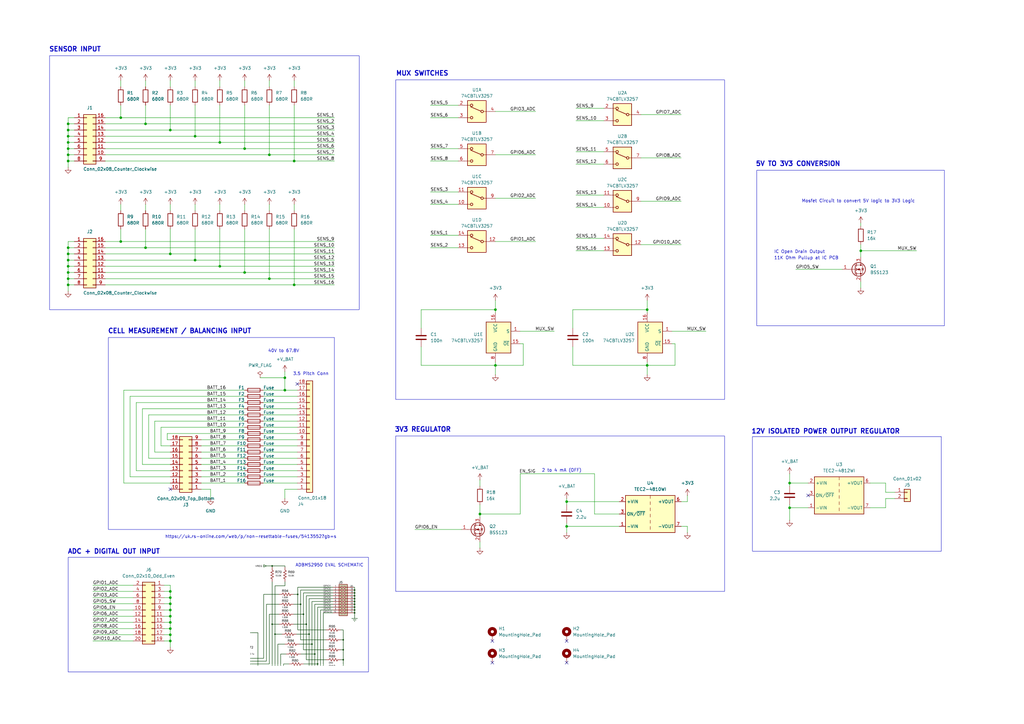
<source format=kicad_sch>
(kicad_sch (version 20231120) (generator "eeschema") (generator_version "8.0")
  (paper "A3")
  (junction (at 69.85 104.14))
  (junction (at 203.2 149.86))
  (junction (at 27.94 58.42))
  (junction (at 232.41 205.74))
  (junction (at 90.17 58.42))
  (junction (at 203.2 127))
  (junction (at 27.94 101.6))
  (junction (at 69.85 260.35))
  (junction (at 100.33 111.76))
  (junction (at 90.17 109.22))
  (junction (at 27.94 104.14))
  (junction (at 69.85 255.27))
  (junction (at 120.65 116.84))
  (junction (at 100.33 60.96))
  (junction (at 80.01 106.68))
  (junction (at 265.43 149.86))
  (junction (at 27.94 50.8))
  (junction (at 69.85 53.34))
  (junction (at 232.41 215.9))
  (junction (at 49.53 48.26))
  (junction (at 59.69 101.6))
  (junction (at 27.94 66.04))
  (junction (at 27.94 109.22))
  (junction (at 196.85 210.82))
  (junction (at 69.85 242.57))
  (junction (at 323.85 198.12))
  (junction (at 27.94 60.96))
  (junction (at 110.49 63.5))
  (junction (at 265.43 127))
  (junction (at 27.94 55.88))
  (junction (at 49.53 99.06))
  (junction (at 27.94 114.3))
  (junction (at 27.94 116.84))
  (junction (at 80.01 55.88))
  (junction (at 69.85 252.73))
  (junction (at 27.94 63.5))
  (junction (at 69.85 257.81))
  (junction (at 323.85 208.28))
  (junction (at 116.84 160.02))
  (junction (at 27.94 53.34))
  (junction (at 120.65 66.04))
  (junction (at 69.85 247.65))
  (junction (at 27.94 111.76))
  (junction (at 69.85 262.89))
  (junction (at 110.49 114.3))
  (junction (at 69.85 245.11))
  (junction (at 59.69 50.8))
  (junction (at 27.94 106.68))
  (junction (at 69.85 250.19))
  (junction (at 116.84 154.94))
  (junction (at 353.06 102.87))
  (no_connect (at 201.93 271.78))
  (no_connect (at 232.41 262.89))
  (no_connect (at 69.85 200.66))
  (no_connect (at 121.92 157.48))
  (no_connect (at 201.93 262.89))
  (no_connect (at 331.47 203.2))
  (no_connect (at 232.41 271.78))
  (wire (pts (xy 43.18 55.88) (xy 80.01 55.88)))
  (wire (pts (xy 121.92 162.56) (xy 107.95 162.56)))
  (wire (pts (xy 279.4 64.77) (xy 262.89 64.77)))
  (wire (pts (xy 30.48 104.14) (xy 27.94 104.14)))
  (wire (pts (xy 100.33 172.72) (xy 63.5 172.72)))
  (wire (pts (xy 367.03 201.93) (xy 363.22 201.93)))
  (wire (pts (xy 38.1 250.19) (xy 54.61 250.19)))
  (wire (pts (xy 353.06 92.71) (xy 353.06 91.44)))
  (wire (pts (xy 43.18 111.76) (xy 100.33 111.76)))
  (wire (pts (xy 80.01 43.18) (xy 80.01 55.88)))
  (wire (pts (xy 27.94 55.88) (xy 27.94 58.42)))
  (wire (pts (xy 27.94 53.34) (xy 27.94 55.88)))
  (wire (pts (xy 196.85 196.85) (xy 196.85 199.39)))
  (wire (pts (xy 43.18 58.42) (xy 90.17 58.42)))
  (wire (pts (xy 120.65 83.82) (xy 120.65 86.36)))
  (wire (pts (xy 110.49 93.98) (xy 110.49 114.3)))
  (wire (pts (xy 121.92 182.88) (xy 107.95 182.88)))
  (wire (pts (xy 100.33 43.18) (xy 100.33 60.96)))
  (wire (pts (xy 172.72 127) (xy 203.2 127)))
  (wire (pts (xy 27.94 58.42) (xy 27.94 60.96)))
  (wire (pts (xy 232.41 207.01) (xy 232.41 205.74)))
  (wire (pts (xy 121.92 190.5) (xy 107.95 190.5)))
  (wire (pts (xy 100.33 165.1) (xy 55.88 165.1)))
  (wire (pts (xy 86.36 200.66) (xy 86.36 204.47)))
  (wire (pts (xy 27.94 50.8) (xy 27.94 53.34)))
  (wire (pts (xy 363.22 204.47) (xy 367.03 204.47)))
  (wire (pts (xy 214.63 140.97) (xy 214.63 149.86)))
  (wire (pts (xy 59.69 50.8) (xy 137.16 50.8)))
  (wire (pts (xy 69.85 43.18) (xy 69.85 53.34)))
  (wire (pts (xy 27.94 106.68) (xy 27.94 109.22)))
  (wire (pts (xy 67.31 257.81) (xy 69.85 257.81)))
  (wire (pts (xy 30.48 48.26) (xy 27.94 48.26)))
  (wire (pts (xy 279.4 215.9) (xy 281.94 215.9)))
  (wire (pts (xy 69.85 83.82) (xy 69.85 86.36)))
  (wire (pts (xy 236.22 49.53) (xy 247.65 49.53)))
  (wire (pts (xy 100.33 60.96) (xy 137.16 60.96)))
  (wire (pts (xy 55.88 193.04) (xy 69.85 193.04)))
  (wire (pts (xy 232.41 205.74) (xy 254 205.74)))
  (wire (pts (xy 121.92 170.18) (xy 107.95 170.18)))
  (wire (pts (xy 66.04 182.88) (xy 69.85 182.88)))
  (wire (pts (xy 49.53 93.98) (xy 49.53 99.06)))
  (wire (pts (xy 60.96 170.18) (xy 60.96 187.96)))
  (wire (pts (xy 121.92 165.1) (xy 107.95 165.1)))
  (wire (pts (xy 38.1 242.57) (xy 54.61 242.57)))
  (wire (pts (xy 196.85 224.79) (xy 196.85 222.25)))
  (wire (pts (xy 219.71 63.5) (xy 203.2 63.5)))
  (wire (pts (xy 353.06 102.87) (xy 353.06 105.41)))
  (wire (pts (xy 27.94 109.22) (xy 27.94 111.76)))
  (wire (pts (xy 100.33 170.18) (xy 60.96 170.18)))
  (wire (pts (xy 227.33 135.89) (xy 213.36 135.89)))
  (wire (pts (xy 121.92 200.66) (xy 116.84 200.66)))
  (wire (pts (xy 43.18 50.8) (xy 59.69 50.8)))
  (wire (pts (xy 323.85 198.12) (xy 323.85 199.39)))
  (wire (pts (xy 289.56 135.89) (xy 275.59 135.89)))
  (wire (pts (xy 120.65 43.18) (xy 120.65 66.04)))
  (wire (pts (xy 279.4 82.55) (xy 262.89 82.55)))
  (wire (pts (xy 110.49 63.5) (xy 137.16 63.5)))
  (wire (pts (xy 90.17 109.22) (xy 137.16 109.22)))
  (wire (pts (xy 90.17 33.02) (xy 90.17 35.56)))
  (wire (pts (xy 90.17 43.18) (xy 90.17 58.42)))
  (wire (pts (xy 50.8 160.02) (xy 50.8 198.12)))
  (wire (pts (xy 236.22 102.87) (xy 247.65 102.87)))
  (wire (pts (xy 196.85 207.01) (xy 196.85 210.82)))
  (wire (pts (xy 49.53 99.06) (xy 137.16 99.06)))
  (wire (pts (xy 172.72 127) (xy 172.72 134.62)))
  (wire (pts (xy 243.84 210.82) (xy 254 210.82)))
  (wire (pts (xy 234.95 142.24) (xy 234.95 149.86)))
  (wire (pts (xy 363.22 208.28) (xy 356.87 208.28)))
  (wire (pts (xy 69.85 240.03) (xy 69.85 242.57)))
  (wire (pts (xy 172.72 149.86) (xy 203.2 149.86)))
  (wire (pts (xy 121.92 193.04) (xy 107.95 193.04)))
  (wire (pts (xy 27.94 104.14) (xy 27.94 106.68)))
  (wire (pts (xy 82.55 193.04) (xy 100.33 193.04)))
  (wire (pts (xy 276.86 140.97) (xy 276.86 149.86)))
  (wire (pts (xy 247.65 80.01) (xy 236.22 80.01)))
  (wire (pts (xy 49.53 48.26) (xy 137.16 48.26)))
  (wire (pts (xy 30.48 109.22) (xy 27.94 109.22)))
  (wire (pts (xy 276.86 149.86) (xy 265.43 149.86)))
  (wire (pts (xy 281.94 203.2) (xy 281.94 205.74)))
  (wire (pts (xy 82.55 195.58) (xy 100.33 195.58)))
  (wire (pts (xy 116.84 154.94) (xy 116.84 152.4)))
  (wire (pts (xy 69.85 93.98) (xy 69.85 104.14)))
  (wire (pts (xy 43.18 106.68) (xy 80.01 106.68)))
  (wire (pts (xy 69.85 247.65) (xy 69.85 250.19)))
  (wire (pts (xy 80.01 83.82) (xy 80.01 86.36)))
  (wire (pts (xy 43.18 109.22) (xy 90.17 109.22)))
  (wire (pts (xy 203.2 148.59) (xy 203.2 149.86)))
  (wire (pts (xy 176.53 60.96) (xy 187.96 60.96)))
  (wire (pts (xy 69.85 252.73) (xy 69.85 255.27)))
  (wire (pts (xy 80.01 55.88) (xy 137.16 55.88)))
  (wire (pts (xy 55.88 165.1) (xy 55.88 193.04)))
  (wire (pts (xy 203.2 149.86) (xy 203.2 153.67)))
  (wire (pts (xy 176.53 66.04) (xy 187.96 66.04)))
  (wire (pts (xy 100.33 33.02) (xy 100.33 35.56)))
  (wire (pts (xy 100.33 175.26) (xy 66.04 175.26)))
  (wire (pts (xy 67.31 240.03) (xy 69.85 240.03)))
  (wire (pts (xy 375.92 102.87) (xy 353.06 102.87)))
  (wire (pts (xy 38.1 255.27) (xy 54.61 255.27)))
  (wire (pts (xy 106.68 154.94) (xy 116.84 154.94)))
  (wire (pts (xy 121.92 198.12) (xy 107.95 198.12)))
  (wire (pts (xy 323.85 198.12) (xy 331.47 198.12)))
  (wire (pts (xy 58.42 167.64) (xy 58.42 190.5)))
  (wire (pts (xy 345.44 110.49) (xy 326.39 110.49)))
  (wire (pts (xy 213.36 194.31) (xy 213.36 210.82)))
  (wire (pts (xy 67.31 252.73) (xy 69.85 252.73)))
  (wire (pts (xy 107.95 160.02) (xy 116.84 160.02)))
  (wire (pts (xy 27.94 111.76) (xy 27.94 114.3)))
  (wire (pts (xy 110.49 43.18) (xy 110.49 63.5)))
  (wire (pts (xy 196.85 210.82) (xy 213.36 210.82)))
  (wire (pts (xy 68.58 177.8) (xy 100.33 177.8)))
  (wire (pts (xy 265.43 128.27) (xy 265.43 127)))
  (wire (pts (xy 189.23 217.17) (xy 170.18 217.17)))
  (wire (pts (xy 82.55 187.96) (xy 100.33 187.96)))
  (wire (pts (xy 176.53 101.6) (xy 187.96 101.6)))
  (wire (pts (xy 50.8 160.02) (xy 100.33 160.02)))
  (wire (pts (xy 236.22 44.45) (xy 247.65 44.45)))
  (wire (pts (xy 30.48 111.76) (xy 27.94 111.76)))
  (wire (pts (xy 49.53 43.18) (xy 49.53 48.26)))
  (wire (pts (xy 213.36 194.31) (xy 243.84 194.31)))
  (wire (pts (xy 27.94 101.6) (xy 27.94 104.14)))
  (wire (pts (xy 281.94 215.9) (xy 281.94 218.44)))
  (wire (pts (xy 243.84 194.31) (xy 243.84 210.82)))
  (wire (pts (xy 82.55 185.42) (xy 100.33 185.42)))
  (wire (pts (xy 43.18 99.06) (xy 49.53 99.06)))
  (wire (pts (xy 69.85 53.34) (xy 137.16 53.34)))
  (wire (pts (xy 30.48 50.8) (xy 27.94 50.8)))
  (wire (pts (xy 43.18 53.34) (xy 69.85 53.34)))
  (wire (pts (xy 100.33 111.76) (xy 137.16 111.76)))
  (wire (pts (xy 38.1 260.35) (xy 54.61 260.35)))
  (wire (pts (xy 67.31 250.19) (xy 69.85 250.19)))
  (wire (pts (xy 100.33 167.64) (xy 58.42 167.64)))
  (wire (pts (xy 234.95 149.86) (xy 265.43 149.86)))
  (wire (pts (xy 82.55 198.12) (xy 100.33 198.12)))
  (wire (pts (xy 121.92 177.8) (xy 107.95 177.8)))
  (wire (pts (xy 236.22 97.79) (xy 247.65 97.79)))
  (wire (pts (xy 50.8 198.12) (xy 69.85 198.12)))
  (wire (pts (xy 38.1 262.89) (xy 54.61 262.89)))
  (wire (pts (xy 110.49 33.02) (xy 110.49 35.56)))
  (wire (pts (xy 121.92 167.64) (xy 107.95 167.64)))
  (wire (pts (xy 232.41 214.63) (xy 232.41 215.9)))
  (wire (pts (xy 86.36 200.66) (xy 82.55 200.66)))
  (wire (pts (xy 67.31 260.35) (xy 69.85 260.35)))
  (wire (pts (xy 82.55 180.34) (xy 100.33 180.34)))
  (wire (pts (xy 213.36 140.97) (xy 214.63 140.97)))
  (wire (pts (xy 247.65 67.31) (xy 236.22 67.31)))
  (wire (pts (xy 172.72 142.24) (xy 172.72 149.86)))
  (wire (pts (xy 69.85 260.35) (xy 69.85 262.89)))
  (wire (pts (xy 176.53 83.82) (xy 187.96 83.82)))
  (wire (pts (xy 59.69 33.02) (xy 59.69 35.56)))
  (wire (pts (xy 363.22 204.47) (xy 363.22 208.28)))
  (wire (pts (xy 100.33 93.98) (xy 100.33 111.76)))
  (wire (pts (xy 80.01 93.98) (xy 80.01 106.68)))
  (wire (pts (xy 176.53 96.52) (xy 187.96 96.52)))
  (wire (pts (xy 63.5 172.72) (xy 63.5 185.42)))
  (wire (pts (xy 27.94 48.26) (xy 27.94 50.8)))
  (wire (pts (xy 214.63 149.86) (xy 203.2 149.86)))
  (wire (pts (xy 234.95 127) (xy 265.43 127)))
  (wire (pts (xy 100.33 83.82) (xy 100.33 86.36)))
  (wire (pts (xy 110.49 114.3) (xy 137.16 114.3)))
  (wire (pts (xy 90.17 93.98) (xy 90.17 109.22)))
  (wire (pts (xy 265.43 123.19) (xy 265.43 127)))
  (wire (pts (xy 68.58 180.34) (xy 69.85 180.34)))
  (wire (pts (xy 353.06 118.11) (xy 353.06 115.57)))
  (wire (pts (xy 59.69 93.98) (xy 59.69 101.6)))
  (wire (pts (xy 323.85 208.28) (xy 323.85 213.36)))
  (wire (pts (xy 66.04 175.26) (xy 66.04 182.88)))
  (wire (pts (xy 27.94 116.84) (xy 30.48 116.84)))
  (wire (pts (xy 69.85 242.57) (xy 69.85 245.11)))
  (wire (pts (xy 279.4 205.74) (xy 281.94 205.74)))
  (wire (pts (xy 69.85 104.14) (xy 137.16 104.14)))
  (wire (pts (xy 59.69 43.18) (xy 59.69 50.8)))
  (wire (pts (xy 110.49 83.82) (xy 110.49 86.36)))
  (wire (pts (xy 69.85 255.27) (xy 69.85 257.81)))
  (wire (pts (xy 38.1 247.65) (xy 54.61 247.65)))
  (wire (pts (xy 27.94 99.06) (xy 27.94 101.6)))
  (wire (pts (xy 27.94 66.04) (xy 27.94 68.58)))
  (wire (pts (xy 90.17 83.82) (xy 90.17 86.36)))
  (wire (pts (xy 203.2 127) (xy 203.2 128.27)))
  (wire (pts (xy 38.1 245.11) (xy 54.61 245.11)))
  (wire (pts (xy 232.41 215.9) (xy 232.41 218.44)))
  (wire (pts (xy 90.17 58.42) (xy 137.16 58.42)))
  (wire (pts (xy 82.55 190.5) (xy 100.33 190.5)))
  (wire (pts (xy 120.65 66.04) (xy 137.16 66.04)))
  (wire (pts (xy 69.85 250.19) (xy 69.85 252.73)))
  (wire (pts (xy 49.53 83.82) (xy 49.53 86.36)))
  (wire (pts (xy 69.85 245.11) (xy 69.85 247.65)))
  (wire (pts (xy 38.1 240.03) (xy 54.61 240.03)))
  (wire (pts (xy 247.65 85.09) (xy 236.22 85.09)))
  (wire (pts (xy 38.1 257.81) (xy 54.61 257.81)))
  (wire (pts (xy 82.55 182.88) (xy 100.33 182.88)))
  (wire (pts (xy 60.96 187.96) (xy 69.85 187.96)))
  (wire (pts (xy 67.31 255.27) (xy 69.85 255.27)))
  (wire (pts (xy 116.84 154.94) (xy 116.84 160.02)))
  (wire (pts (xy 69.85 262.89) (xy 69.85 265.43)))
  (wire (pts (xy 43.18 116.84) (xy 120.65 116.84)))
  (wire (pts (xy 30.48 106.68) (xy 27.94 106.68)))
  (wire (pts (xy 121.92 172.72) (xy 107.95 172.72)))
  (wire (pts (xy 196.85 210.82) (xy 196.85 212.09)))
  (wire (pts (xy 30.48 101.6) (xy 27.94 101.6)))
  (wire (pts (xy 43.18 66.04) (xy 120.65 66.04)))
  (wire (pts (xy 67.31 262.89) (xy 69.85 262.89)))
  (wire (pts (xy 265.43 148.59) (xy 265.43 149.86)))
  (wire (pts (xy 232.41 204.47) (xy 232.41 205.74)))
  (wire (pts (xy 30.48 55.88) (xy 27.94 55.88)))
  (wire (pts (xy 43.18 60.96) (xy 100.33 60.96)))
  (wire (pts (xy 43.18 104.14) (xy 69.85 104.14)))
  (wire (pts (xy 120.65 93.98) (xy 120.65 116.84)))
  (wire (pts (xy 219.71 99.06) (xy 203.2 99.06)))
  (wire (pts (xy 363.22 198.12) (xy 356.87 198.12)))
  (wire (pts (xy 203.2 123.19) (xy 203.2 127)))
  (wire (pts (xy 323.85 207.01) (xy 323.85 208.28)))
  (wire (pts (xy 27.94 63.5) (xy 27.94 66.04)))
  (wire (pts (xy 120.65 116.84) (xy 137.16 116.84)))
  (wire (pts (xy 232.41 215.9) (xy 254 215.9)))
  (wire (pts (xy 58.42 190.5) (xy 69.85 190.5)))
  (wire (pts (xy 279.4 46.99) (xy 262.89 46.99)))
  (wire (pts (xy 116.84 204.47) (xy 116.84 200.66)))
  (wire (pts (xy 363.22 198.12) (xy 363.22 201.93)))
  (wire (pts (xy 80.01 33.02) (xy 80.01 35.56)))
  (wire (pts (xy 30.48 99.06) (xy 27.94 99.06)))
  (wire (pts (xy 27.94 66.04) (xy 30.48 66.04)))
  (wire (pts (xy 59.69 101.6) (xy 137.16 101.6)))
  (wire (pts (xy 67.31 247.65) (xy 69.85 247.65)))
  (wire (pts (xy 27.94 116.84) (xy 27.94 119.38)))
  (wire (pts (xy 43.18 48.26) (xy 49.53 48.26)))
  (wire (pts (xy 121.92 175.26) (xy 107.95 175.26)))
  (wire (pts (xy 176.53 48.26) (xy 187.96 48.26)))
  (wire (pts (xy 323.85 194.31) (xy 323.85 198.12)))
  (wire (pts (xy 49.53 33.02) (xy 49.53 35.56)))
  (wire (pts (xy 69.85 257.81) (xy 69.85 260.35)))
  (wire (pts (xy 100.33 162.56) (xy 53.34 162.56)))
  (wire (pts (xy 176.53 43.18) (xy 187.96 43.18)))
  (wire (pts (xy 59.69 83.82) (xy 59.69 86.36)))
  (wire (pts (xy 67.31 242.57) (xy 69.85 242.57)))
  (wire (pts (xy 353.06 102.87) (xy 353.06 100.33)))
  (wire (pts (xy 30.48 53.34) (xy 27.94 53.34)))
  (wire (pts (xy 219.71 81.28) (xy 203.2 81.28)))
  (wire (pts (xy 43.18 63.5) (xy 110.49 63.5)))
  (wire (pts (xy 53.34 195.58) (xy 69.85 195.58)))
  (wire (pts (xy 27.94 60.96) (xy 27.94 63.5)))
  (wire (pts (xy 30.48 58.42) (xy 27.94 58.42)))
  (wire (pts (xy 116.84 160.02) (xy 121.92 160.02)))
  (wire (pts (xy 121.92 180.34) (xy 107.95 180.34)))
  (wire (pts (xy 234.95 134.62) (xy 234.95 127)))
  (wire (pts (xy 69.85 33.02) (xy 69.85 35.56)))
  (wire (pts (xy 63.5 185.42) (xy 69.85 185.42)))
  (wire (pts (xy 30.48 114.3) (xy 27.94 114.3)))
  (wire (pts (xy 176.53 78.74) (xy 187.96 78.74)))
  (wire (pts (xy 323.85 208.28) (xy 331.47 208.28)))
  (wire (pts (xy 30.48 63.5) (xy 27.94 63.5)))
  (wire (pts (xy 38.1 252.73) (xy 54.61 252.73)))
  (wire (pts (xy 121.92 187.96) (xy 107.95 187.96)))
  (wire (pts (xy 275.59 140.97) (xy 276.86 140.97)))
  (wire (pts (xy 30.48 60.96) (xy 27.94 60.96)))
  (wire (pts (xy 68.58 180.34) (xy 68.58 177.8)))
  (wire (pts (xy 279.4 100.33) (xy 262.89 100.33)))
  (wire (pts (xy 120.65 33.02) (xy 120.65 35.56)))
  (wire (pts (xy 67.31 245.11) (xy 69.85 245.11)))
  (wire (pts (xy 121.92 195.58) (xy 107.95 195.58)))
  (wire (pts (xy 247.65 62.23) (xy 236.22 62.23)))
  (wire (pts (xy 43.18 114.3) (xy 110.49 114.3)))
  (wire (pts (xy 80.01 106.68) (xy 137.16 106.68)))
  (wire (pts (xy 43.18 101.6) (xy 59.69 101.6)))
  (wire (pts (xy 27.94 114.3) (xy 27.94 116.84)))
  (wire (pts (xy 219.71 45.72) (xy 203.2 45.72)))
  (wire (pts (xy 121.92 185.42) (xy 107.95 185.42)))
  (wire (pts (xy 265.43 149.86) (xy 265.43 153.67)))
  (wire (pts (xy 53.34 162.56) (xy 53.34 195.58)))
  (rectangle (start 162.306 178.816) (end 297.18 242.57))
  (rectangle (start 27.94 228.6) (end 151.13 275.59))
  (rectangle (start 310.388 69.85) (end 387.35 133.604))
  (rectangle (start 162.306 32.766) (end 297.18 163.83))
  (rectangle (start 44.45 138.43) (end 137.16 217.17))
  (rectangle (start 20.32 22.86) (end 147.32 127))
  (rectangle (start 308.61 179.07) (end 386.08 226.06))
  (image (at 125.73 251.46) (scale 0.377267))
  (text "11K Ohm Pullup at IC PCB" (at 330.708 105.918 0) (effects (font (size 1.27 1.27))))
  (text "SENSOR INPUT" (at 20.066 20.32 0) (effects (font (size 1.905 1.905) (thickness 0.381) (bold yes)) (justify left)))
  (text "ADBMS2950 EVAL SCHEMATIC" (at 135.128 231.902 0) (effects (font (size 1.27 1.27))))
  (text "3V3 REGULATOR" (at 161.798 176.276 0) (effects (font (size 1.905 1.905) (thickness 0.381) (bold yes)) (justify left)))
  (text "40V to 67.8V" (at 116.332 144.018 0) (effects (font (size 1.27 1.27))))
  (text "12V ISOLATED POWER OUTPUT REGULATOR" (at 308.102 177.038 0) (effects (font (size 1.905 1.905) (thickness 0.381) (bold yes)) (justify left)))
  (text "3.5 Pitch Conn" (at 127.508 153.416 0) (effects (font (size 1.27 1.27))))
  (text "IC Open Drain Output" (at 327.914 103.378 0) (effects (font (size 1.27 1.27))))
  (text "ADC + DIGITAL OUT INPUT" (at 27.686 226.314 0) (effects (font (size 1.905 1.905) (thickness 0.381) (bold yes)) (justify left)))
  (text "2 to 4 mA (OFF)" (at 230.378 193.04 0) (effects (font (size 1.27 1.27))))
  (text "Mosfet Circuit to convert 5V logic to 3V3 Logic" (at 352.044 82.55 0) (effects (font (size 1.27 1.27))))
  (text "MUX SWITCHES" (at 162.306 30.226 0) (effects (font (size 1.905 1.905) (thickness 0.381) (bold yes)) (justify left)))
  (text "https://uk.rs-online.com/web/p/non-resettable-fuses/5413552?gb=s" (at 102.87 220.218 0) (effects (font (size 1.27 1.27))))
  (text "CELL MEASUREMENT / BALANCING INPUT" (at 44.196 135.89 0) (effects (font (size 1.905 1.905) (thickness 0.381) (bold yes)) (justify left)))
  (text "5V TO 3V3 CONVERSION" (at 309.88 67.31 0) (effects (font (size 1.905 1.905) (thickness 0.381) (bold yes)) (justify left)))
  (label "SENS_11" (at 236.22 62.23 0))
  (label "GPIO5_SW" (at 38.1 247.65 0))
  (label "BATT_2" (at 92.71 195.58 180))
  (label "BATT_1" (at 92.71 198.12 180))
  (label "GPIO2_ADC" (at 219.71 81.28 180))
  (label "BATT_6" (at 92.71 185.42 180))
  (label "SENS_7" (at 137.16 63.5 180))
  (label "GPIO2_ADC" (at 38.1 242.57 0))
  (label "GPIO1_ADC" (at 38.1 240.03 0))
  (label "SENS_10" (at 137.16 101.6 180))
  (label "EN_SIG" (at 219.71 194.31 180))
  (label "BATT_16" (at 92.71 160.02 180))
  (label "SENS_6" (at 137.16 60.96 180))
  (label "SENS_3" (at 176.53 78.74 0))
  (label "SENS_6" (at 176.53 48.26 0))
  (label "SENS_16" (at 236.22 102.87 0))
  (label "SENS_12" (at 236.22 67.31 0))
  (label "SENS_2" (at 137.16 50.8 180))
  (label "BATT_15" (at 92.71 162.56 180))
  (label "SENS_14" (at 236.22 85.09 0))
  (label "SENS_9" (at 137.16 99.06 180))
  (label "SENS_5" (at 137.16 58.42 180))
  (label "SENS_2" (at 176.53 101.6 0))
  (label "GPIO5_SW" (at 326.39 110.49 0))
  (label "SENS_14" (at 137.16 111.76 180))
  (label "SENS_13" (at 137.16 109.22 180))
  (label "BATT_13" (at 92.71 167.64 180))
  (label "BATT_8" (at 92.71 180.34 180))
  (label "BATT_14" (at 92.71 165.1 180))
  (label "GPIO8_ADC" (at 38.1 257.81 0))
  (label "SENS_11" (at 137.16 104.14 180))
  (label "GPIO3_ADC" (at 219.71 45.72 180))
  (label "GPIO3_ADC" (at 38.1 245.11 0))
  (label "MUX_SW" (at 289.56 135.89 180))
  (label "SENS_13" (at 236.22 80.01 0))
  (label "MUX_SW" (at 375.92 102.87 180))
  (label "MUX_SW" (at 227.33 135.89 180))
  (label "BATT_12" (at 92.71 170.18 180))
  (label "BATT_3" (at 92.71 193.04 180))
  (label "SENS_10" (at 236.22 49.53 0))
  (label "SENS_12" (at 137.16 106.68 180))
  (label "SENS_3" (at 137.16 53.34 180))
  (label "SENS_15" (at 236.22 97.79 0))
  (label "GPIO6_ADC" (at 38.1 252.73 0))
  (label "SENS_16" (at 137.16 116.84 180))
  (label "SENS_9" (at 236.22 44.45 0))
  (label "GPIO6_EN" (at 170.18 217.17 0))
  (label "GPIO6_EN" (at 38.1 250.19 0))
  (label "SENS_8" (at 176.53 66.04 0))
  (label "GPIO1_ADC" (at 219.71 99.06 180))
  (label "SENS_4" (at 176.53 83.82 0))
  (label "SENS_15" (at 137.16 114.3 180))
  (label "GPIO10_ADC" (at 279.4 100.33 180))
  (label "GPIO6_ADC" (at 219.71 63.5 180))
  (label "GPIO10_ADC" (at 38.1 262.89 0))
  (label "SENS_1" (at 137.16 48.26 180))
  (label "SENS_7" (at 176.53 60.96 0))
  (label "BATT_9" (at 92.71 177.8 180))
  (label "SENS_1" (at 176.53 96.52 0))
  (label "SENS_4" (at 137.16 55.88 180))
  (label "GPIO7_ADC" (at 279.4 46.99 180))
  (label "BATT_5" (at 92.71 187.96 180))
  (label "GPIO9_ADC" (at 38.1 260.35 0))
  (label "BATT_10" (at 92.71 175.26 180))
  (label "GPIO7_ADC" (at 38.1 255.27 0))
  (label "SENS_8" (at 137.16 66.04 180))
  (label "GPIO8_ADC" (at 279.4 64.77 180))
  (label "BATT_11" (at 92.71 172.72 180))
  (label "SENS_5" (at 176.53 43.18 0))
  (label "BATT_7" (at 92.71 182.88 180))
  (label "GPIO9_ADC" (at 279.4 82.55 180))
  (label "BATT_4" (at 92.71 190.5 180))
  (symbol (lib_id "Device:Fuse") (at 104.14 190.5 270) (mirror x) (unit 1)
    (property "Reference" "F13" (at 99.06 189.484 90))
    (property "Value" "Fuse" (at 110.236 189.484 90))
    (property "Footprint" "Fuse:Fuse_1206_3216Metric_Pad1.42x1.75mm_HandSolder" (effects (hide yes)))
    (property "Description" "Fuse" (effects (hide yes)))
  )
  (symbol (lib_id "power:+3V3") (at 196.85 196.85 0) (unit 1)
    (property "Reference" "#PWR029" (effects (hide yes)))
    (property "Value" "+V_BAT" (at 196.85 191.77 0))
    (property "Description" "Power symbol creates a global label with name \"+3V3\"" (effects (hide yes)))
  )
  (symbol (lib_id "power:+3V3") (at 90.17 33.02 0) (unit 1)
    (property "Reference" "#PWR05" (effects (hide yes)))
    (property "Value" "+3V3" (at 90.17 27.94 0))
    (property "Description" "Power symbol creates a global label with name \"+3V3\"" (effects (hide yes)))
  )
  (symbol (lib_id "power:+3V3") (at 203.2 123.19 0) (unit 1)
    (property "Reference" "#PWR021" (effects (hide yes)))
    (property "Value" "+3V3" (at 203.2 118.11 0))
    (property "Description" "Power symbol creates a global label with name \"+3V3\"" (effects (hide yes)))
  )
  (symbol (lib_id "power:GND") (at 323.85 213.36 0) (mirror y) (unit 1)
    (property "Reference" "#PWR034" (effects (hide yes)))
    (property "Value" "GND" (effects (hide yes)))
    (property "Description" "Power symbol creates a global label with name \"GND\" , ground" (effects (hide yes)))
  )
  (symbol (lib_id "Device:Fuse") (at 104.14 180.34 270) (mirror x) (unit 1)
    (property "Reference" "F9" (at 99.06 179.324 90))
    (property "Value" "Fuse" (at 110.236 179.324 90))
    (property "Footprint" "Fuse:Fuse_1206_3216Metric_Pad1.42x1.75mm_HandSolder" (effects (hide yes)))
    (property "Description" "Fuse" (effects (hide yes)))
  )
  (symbol (lib_id "Mechanical:MountingHole_Pad") (at 232.41 260.35 0) (unit 1) (exclude_from_sim yes) (in_bom no)
    (property "Reference" "H2" (at 234.95 257.8099 0) (effects (justify left)))
    (property "Value" "MountingHole_Pad" (at 234.95 260.3499 0) (effects (justify left)))
    (property "Footprint" "BMS-Mux-footprints:Mounting_Hole" (effects (hide yes)))
    (property "Description" "Mounting Hole with connection" (effects (hide yes)))
  )
  (symbol (lib_id "Converter_DCDC:TEC2-4812WI") (at 344.17 203.2 0) (unit 1)
    (property "Reference" "U3" (at 344.17 190.5 0))
    (property "Value" "TEC2-4812WI" (at 344.17 193.04 0))
    (property "Footprint" "Converter_DCDC:Converter_DCDC_TRACO_TMR-xxxx_THT" (effects (hide yes)))
    (property "Datasheet" "https://www.tracopower.com/products/tec2wi.pdf" (effects (hide yes)))
    (property "Description" "167mA Regulated 2W DC/DC converter with 1.5kV isolation, 18V-75V input, 12V fixed Output Voltage, SIP-8" (effects (hide yes)))
  )
  (symbol (lib_id "power:GND") (at 353.06 118.11 0) (mirror y) (unit 1)
    (property "Reference" "#PWR019" (effects (hide yes)))
    (property "Value" "GND" (effects (hide yes)))
    (property "Description" "Power symbol creates a global label with name \"GND\" , ground" (effects (hide yes)))
  )
  (symbol (lib_id "Connector_Generic:Conn_01x18") (at 127 180.34 0) (mirror x) (unit 1)
    (property "Reference" "J4" (at 122.174 206.756 0) (effects (justify left)))
    (property "Value" "Conn_01x18" (at 122.174 204.216 0) (effects (justify left)))
    (property "Footprint" "Connector_Wago:Wago_734-148_1x18_P3.50mm_Vertical" (effects (hide yes)))
    (property "Description" "Generic connector, single row, 01x18, script generated (kicad-library-utils/schlib/autogen/connector/)" (effects (hide yes)))
  )
  (symbol (lib_id "Device:R") (at 110.49 39.37 180) (unit 1)
    (property "Reference" "R7" (at 113.03 38.0999 0) (effects (justify right)))
    (property "Value" "680R" (at 113.03 40.6399 0) (effects (justify right)))
    (property "Footprint" "Resistor_SMD:R_0805_2012Metric" (effects (hide yes)))
    (property "Description" "Resistor" (effects (hide yes)))
  )
  (symbol (lib_id "Device:R") (at 100.33 39.37 180) (unit 1)
    (property "Reference" "R6" (at 102.87 38.0999 0) (effects (justify right)))
    (property "Value" "680R" (at 102.87 40.6399 0) (effects (justify right)))
    (property "Footprint" "Resistor_SMD:R_0805_2012Metric" (effects (hide yes)))
    (property "Description" "Resistor" (effects (hide yes)))
  )
  (symbol (lib_id "power:GND") (at 69.85 265.43 0) (mirror y) (unit 1)
    (property "Reference" "#PWR038" (effects (hide yes)))
    (property "Value" "GND" (effects (hide yes)))
    (property "Description" "Power symbol creates a global label with name \"GND\" , ground" (effects (hide yes)))
  )
  (symbol (lib_id "Device:R") (at 49.53 39.37 180) (unit 1)
    (property "Reference" "R1" (at 52.07 38.0999 0) (effects (justify right)))
    (property "Value" "680R" (at 52.07 40.6399 0) (effects (justify right)))
    (property "Footprint" "Resistor_SMD:R_0805_2012Metric" (effects (hide yes)))
    (property "Description" "Resistor" (effects (hide yes)))
  )
  (symbol (lib_id "Mechanical:MountingHole_Pad") (at 201.93 269.24 0) (unit 1) (exclude_from_sim yes) (in_bom no)
    (property "Reference" "H3" (at 204.47 266.6999 0) (effects (justify left)))
    (property "Value" "MountingHole_Pad" (at 204.47 269.2399 0) (effects (justify left)))
    (property "Footprint" "BMS-Mux-footprints:Mounting_Hole" (effects (hide yes)))
    (property "Description" "Mounting Hole with connection" (effects (hide yes)))
  )
  (symbol (lib_id "power:+3V3") (at 49.53 33.02 0) (unit 1)
    (property "Reference" "#PWR01" (effects (hide yes)))
    (property "Value" "+3V3" (at 49.53 27.94 0))
    (property "Description" "Power symbol creates a global label with name \"+3V3\"" (effects (hide yes)))
  )
  (symbol (lib_id "Device:Fuse") (at 104.14 185.42 270) (mirror x) (unit 1)
    (property "Reference" "F11" (at 99.06 184.404 90))
    (property "Value" "Fuse" (at 110.236 184.404 90))
    (property "Footprint" "Fuse:Fuse_1206_3216Metric_Pad1.42x1.75mm_HandSolder" (effects (hide yes)))
    (property "Description" "Fuse" (effects (hide yes)))
  )
  (symbol (lib_id "74xx:74CBTLV3257") (at 195.58 45.72 0) (mirror y) (unit 1)
    (property "Reference" "U1" (at 195.58 36.83 0))
    (property "Value" "74CBTLV3257" (at 195.58 39.37 0))
    (property "Footprint" "Package_SO:SOIC-16_3.9x9.9mm_P1.27mm" (effects (hide yes)))
    (property "Datasheet" "http://www.ti.com/lit/ds/symlink/sn74cbtlv3257.pdf" (effects (hide yes)))
    (property "Description" "Quad 1:2 FET Multiplexer/Demultiplexer, Low-Voltage" (effects (hide yes)))
  )
  (symbol (lib_id "power:+3V3") (at 80.01 83.82 0) (unit 1)
    (property "Reference" "#PWR013" (effects (hide yes)))
    (property "Value" "+3V3" (at 80.01 78.74 0))
    (property "Description" "Power symbol creates a global label with name \"+3V3\"" (effects (hide yes)))
  )
  (symbol (lib_id "Transistor_FET:BSS123") (at 350.52 110.49 0) (unit 1)
    (property "Reference" "Q1" (at 356.87 109.2199 0) (effects (justify left)))
    (property "Value" "BSS123" (at 356.87 111.7599 0) (effects (justify left)))
    (property "Footprint" "Package_TO_SOT_SMD:SOT-23" (effects (hide yes)))
    (property "Datasheet" "http://www.diodes.com/assets/Datasheets/ds30366.pdf" (effects (hide yes)))
    (property "Description" "0.17A Id, 100V Vds, N-Channel MOSFET, SOT-23" (effects (hide yes)))
  )
  (symbol (lib_id "Converter_DCDC:TEC2-4810WI") (at 266.7 210.82 0) (unit 1)
    (property "Reference" "U4" (at 266.7 198.12 0))
    (property "Value" "TEC2-4810WI" (at 266.7 200.66 0))
    (property "Footprint" "Converter_DCDC:Converter_DCDC_TRACO_TMR-xxxx_THT" (effects (hide yes)))
    (property "Datasheet" "https://www.tracopower.com/products/tec2wi.pdf" (effects (hide yes)))
    (property "Description" "500mA Regulated 2W DC/DC converter with 1.5kV isolation, 18V-75V input, 3.3V fixed Output Voltage, SIP-8" (effects (hide yes)))
  )
  (symbol (lib_id "Transistor_FET:BSS123") (at 194.31 217.17 0) (unit 1)
    (property "Reference" "Q2" (at 200.66 215.8999 0) (effects (justify left)))
    (property "Value" "BSS123" (at 200.66 218.4399 0) (effects (justify left)))
    (property "Footprint" "Package_TO_SOT_SMD:SOT-23" (effects (hide yes)))
    (property "Datasheet" "http://www.diodes.com/assets/Datasheets/ds30366.pdf" (effects (hide yes)))
    (property "Description" "0.17A Id, 100V Vds, N-Channel MOSFET, SOT-23" (effects (hide yes)))
  )
  (symbol (lib_id "74xx:74CBTLV3257") (at 265.43 138.43 0) (mirror y) (unit 5)
    (property "Reference" "U2" (at 260.35 137.1599 0) (effects (justify left)))
    (property "Value" "74CBTLV3257" (at 260.35 139.6999 0) (effects (justify left)))
    (property "Footprint" "Package_SO:SOIC-16_3.9x9.9mm_P1.27mm" (effects (hide yes)))
    (property "Datasheet" "http://www.ti.com/lit/ds/symlink/sn74cbtlv3257.pdf" (effects (hide yes)))
    (property "Description" "Quad 1:2 FET Multiplexer/Demultiplexer, Low-Voltage" (effects (hide yes)))
  )
  (symbol (lib_id "Device:C") (at 172.72 138.43 0) (unit 1)
    (property "Reference" "C1" (at 176.53 137.1599 0) (effects (justify left)))
    (property "Value" "100n" (at 176.53 139.6999 0) (effects (justify left)))
    (property "Footprint" "Capacitor_SMD:C_0603_1608Metric_Pad1.08x0.95mm_HandSolder" (effects (hide yes)))
    (property "Description" "Unpolarized capacitor" (effects (hide yes)))
  )
  (symbol (lib_id "power:PWR_FLAG") (at 106.68 154.94 0) (mirror y) (unit 1)
    (property "Reference" "#FLG01" (effects (hide yes)))
    (property "Value" "PWR_FLAG" (at 106.68 149.86 0))
    (property "Description" "Special symbol for telling ERC where power comes from" (effects (hide yes)))
  )
  (symbol (lib_id "power:+3V3") (at 116.84 152.4 0) (mirror y) (unit 1)
    (property "Reference" "#PWR025" (effects (hide yes)))
    (property "Value" "+V_BAT" (at 116.84 147.32 0))
    (property "Description" "Power symbol creates a global label with name \"+3V3\"" (effects (hide yes)))
  )
  (symbol (lib_id "Device:R") (at 353.06 96.52 180) (unit 1)
    (property "Reference" "R17" (at 355.6 95.2499 0) (effects (justify right)))
    (property "Value" "16k" (at 355.6 97.7899 0) (effects (justify right)))
    (property "Footprint" "Resistor_SMD:R_0805_2012Metric" (effects (hide yes)))
    (property "Description" "Resistor" (effects (hide yes)))
  )
  (symbol (lib_id "74xx:74CBTLV3257") (at 255.27 100.33 0) (mirror y) (unit 4)
    (property "Reference" "U2" (at 255.27 91.44 0))
    (property "Value" "74CBTLV3257" (at 255.27 93.98 0))
    (property "Footprint" "Package_SO:SOIC-16_3.9x9.9mm_P1.27mm" (effects (hide yes)))
    (property "Datasheet" "http://www.ti.com/lit/ds/symlink/sn74cbtlv3257.pdf" (effects (hide yes)))
    (property "Description" "Quad 1:2 FET Multiplexer/Demultiplexer, Low-Voltage" (effects (hide yes)))
  )
  (symbol (lib_id "Device:R") (at 90.17 90.17 180) (unit 1)
    (property "Reference" "R13" (at 92.71 88.8999 0) (effects (justify right)))
    (property "Value" "680R" (at 92.71 91.4399 0) (effects (justify right)))
    (property "Footprint" "Resistor_SMD:R_0805_2012Metric" (effects (hide yes)))
    (property "Description" "Resistor" (effects (hide yes)))
  )
  (symbol (lib_id "power:+3V3") (at 100.33 83.82 0) (unit 1)
    (property "Reference" "#PWR015" (effects (hide yes)))
    (property "Value" "+3V3" (at 100.33 78.74 0))
    (property "Description" "Power symbol creates a global label with name \"+3V3\"" (effects (hide yes)))
  )
  (symbol (lib_id "power:+3V3") (at 120.65 83.82 0) (unit 1)
    (property "Reference" "#PWR017" (effects (hide yes)))
    (property "Value" "+3V3" (at 120.65 78.74 0))
    (property "Description" "Power symbol creates a global label with name \"+3V3\"" (effects (hide yes)))
  )
  (symbol (lib_id "power:GND") (at 232.41 218.44 0) (mirror y) (unit 1)
    (property "Reference" "#PWR035" (effects (hide yes)))
    (property "Value" "GND" (effects (hide yes)))
    (property "Description" "Power symbol creates a global label with name \"GND\" , ground" (effects (hide yes)))
  )
  (symbol (lib_id "power:+3V3") (at 69.85 83.82 0) (unit 1)
    (property "Reference" "#PWR012" (effects (hide yes)))
    (property "Value" "+3V3" (at 69.85 78.74 0))
    (property "Description" "Power symbol creates a global label with name \"+3V3\"" (effects (hide yes)))
  )
  (symbol (lib_id "Device:R") (at 110.49 90.17 180) (unit 1)
    (property "Reference" "R15" (at 113.03 88.8999 0) (effects (justify right)))
    (property "Value" "680R" (at 113.03 91.4399 0) (effects (justify right)))
    (property "Footprint" "Resistor_SMD:R_0805_2012Metric" (effects (hide yes)))
    (property "Description" "Resistor" (effects (hide yes)))
  )
  (symbol (lib_id "74xx:74CBTLV3257") (at 195.58 81.28 0) (mirror y) (unit 3)
    (property "Reference" "U1" (at 195.58 72.39 0))
    (property "Value" "74CBTLV3257" (at 195.58 74.93 0))
    (property "Footprint" "Package_SO:SOIC-16_3.9x9.9mm_P1.27mm" (effects (hide yes)))
    (property "Datasheet" "http://www.ti.com/lit/ds/symlink/sn74cbtlv3257.pdf" (effects (hide yes)))
    (property "Description" "Quad 1:2 FET Multiplexer/Demultiplexer, Low-Voltage" (effects (hide yes)))
  )
  (symbol (lib_id "Connector_Generic:Conn_02x09_Top_Bottom") (at 77.47 190.5 180) (unit 1)
    (property "Reference" "J3" (at 76.2 207.01 0))
    (property "Value" "Conn_02x09_Top_Bottom" (at 76.2 204.47 0))
    (property "Footprint" "BMS-Mux-footprints:Molex_Micro-Fit_3.0_43045-1800_2x09_P3.00mm_Horizontal" (effects (hide yes)))
    (property "Description" "Generic connector, double row, 02x09, top/bottom pin numbering scheme (row 1: 1...pins_per_row, row2: pins_per_row+1 ... num_pins), script generated (kicad-library-utils/schlib/autogen/connector/)" (effects (hide yes)))
  )
  (symbol (lib_id "Device:R") (at 69.85 90.17 180) (unit 1)
    (property "Reference" "R11" (at 72.39 88.8999 0) (effects (justify right)))
    (property "Value" "680R" (at 72.39 91.4399 0) (effects (justify right)))
    (property "Footprint" "Resistor_SMD:R_0805_2012Metric" (effects (hide yes)))
    (property "Description" "Resistor" (effects (hide yes)))
  )
  (symbol (lib_id "Device:Fuse") (at 104.14 172.72 270) (mirror x) (unit 1)
    (property "Reference" "F6" (at 99.06 171.704 90))
    (property "Value" "Fuse" (at 110.236 171.704 90))
    (property "Footprint" "Fuse:Fuse_1206_3216Metric_Pad1.42x1.75mm_HandSolder" (effects (hide yes)))
    (property "Description" "Fuse" (effects (hide yes)))
  )
  (symbol (lib_id "power:+3V3") (at 49.53 83.82 0) (unit 1)
    (property "Reference" "#PWR010" (effects (hide yes)))
    (property "Value" "+3V3" (at 49.53 78.74 0))
    (property "Description" "Power symbol creates a global label with name \"+3V3\"" (effects (hide yes)))
  )
  (symbol (lib_id "power:GND") (at 281.94 218.44 0) (mirror y) (unit 1)
    (property "Reference" "#PWR036" (effects (hide yes)))
    (property "Value" "GND" (effects (hide yes)))
    (property "Description" "Power symbol creates a global label with name \"GND\" , ground" (effects (hide yes)))
  )
  (symbol (lib_id "Connector_Generic:Conn_01x02") (at 372.11 201.93 0) (unit 1)
    (property "Reference" "J5" (at 372.11 198.882 0))
    (property "Value" "Conn_01x02" (at 372.11 196.342 0))
    (property "Footprint" "BMS-Mux-footprints:Molex_Micro-Fit_3.0_43650-0200_1x02_P3.00mm_Horizontal" (effects (hide yes)))
    (property "Description" "Generic connector, single row, 01x02, script generated (kicad-library-utils/schlib/autogen/connector/)" (effects (hide yes)))
  )
  (symbol (lib_id "Device:R") (at 196.85 203.2 180) (unit 1)
    (property "Reference" "R18" (at 199.39 201.9299 0) (effects (justify right)))
    (property "Value" "16k" (at 199.39 204.4699 0) (effects (justify right)))
    (property "Footprint" "Resistor_SMD:R_0805_2012Metric" (effects (hide yes)))
    (property "Description" "Resistor" (effects (hide yes)))
  )
  (symbol (lib_id "Device:R") (at 100.33 90.17 180) (unit 1)
    (property "Reference" "R14" (at 102.87 88.8999 0) (effects (justify right)))
    (property "Value" "680R" (at 102.87 91.4399 0) (effects (justify right)))
    (property "Footprint" "Resistor_SMD:R_0805_2012Metric" (effects (hide yes)))
    (property "Description" "Resistor" (effects (hide yes)))
  )
  (symbol (lib_id "power:+3V3") (at 59.69 33.02 0) (unit 1)
    (property "Reference" "#PWR02" (effects (hide yes)))
    (property "Value" "+3V3" (at 59.69 27.94 0))
    (property "Description" "Power symbol creates a global label with name \"+3V3\"" (effects (hide yes)))
  )
  (symbol (lib_id "Device:R") (at 49.53 90.17 180) (unit 1)
    (property "Reference" "R9" (at 52.07 88.8999 0) (effects (justify right)))
    (property "Value" "680R" (at 52.07 91.4399 0) (effects (justify right)))
    (property "Footprint" "Resistor_SMD:R_0805_2012Metric" (effects (hide yes)))
    (property "Description" "Resistor" (effects (hide yes)))
  )
  (symbol (lib_id "Device:R") (at 59.69 90.17 180) (unit 1)
    (property "Reference" "R10" (at 62.23 88.8999 0) (effects (justify right)))
    (property "Value" "680R" (at 62.23 91.4399 0) (effects (justify right)))
    (property "Footprint" "Resistor_SMD:R_0805_2012Metric" (effects (hide yes)))
    (property "Description" "Resistor" (effects (hide yes)))
  )
  (symbol (lib_id "Device:C") (at 234.95 138.43 0) (unit 1)
    (property "Reference" "C2" (at 238.76 137.1599 0) (effects (justify left)))
    (property "Value" "100n" (at 238.76 139.6999 0) (effects (justify left)))
    (property "Footprint" "Capacitor_SMD:C_0603_1608Metric_Pad1.08x0.95mm_HandSolder" (effects (hide yes)))
    (property "Description" "Unpolarized capacitor" (effects (hide yes)))
  )
  (symbol (lib_id "power:+3V3") (at 59.69 83.82 0) (unit 1)
    (property "Reference" "#PWR011" (effects (hide yes)))
    (property "Value" "+3V3" (at 59.69 78.74 0))
    (property "Description" "Power symbol creates a global label with name \"+3V3\"" (effects (hide yes)))
  )
  (symbol (lib_id "power:+3V3") (at 110.49 33.02 0) (unit 1)
    (property "Reference" "#PWR07" (effects (hide yes)))
    (property "Value" "+3V3" (at 110.49 27.94 0))
    (property "Description" "Power symbol creates a global label with name \"+3V3\"" (effects (hide yes)))
  )
  (symbol (lib_id "Device:Fuse") (at 104.14 198.12 270) (mirror x) (unit 1)
    (property "Reference" "F16" (at 99.06 197.104 90))
    (property "Value" "Fuse" (at 110.236 197.104 90))
    (property "Footprint" "Fuse:Fuse_1206_3216Metric_Pad1.42x1.75mm_HandSolder" (effects (hide yes)))
    (property "Description" "Fuse" (effects (hide yes)))
  )
  (symbol (lib_id "Device:Fuse") (at 104.14 177.8 270) (mirror x) (unit 1)
    (property "Reference" "F8" (at 99.06 176.784 90))
    (property "Value" "Fuse" (at 110.236 176.784 90))
    (property "Footprint" "Fuse:Fuse_1206_3216Metric_Pad1.42x1.75mm_HandSolder" (effects (hide yes)))
    (property "Description" "Fuse" (effects (hide yes)))
  )
  (symbol (lib_id "Mechanical:MountingHole_Pad") (at 201.93 260.35 0) (unit 1) (exclude_from_sim yes) (in_bom no)
    (property "Reference" "H1" (at 204.47 257.8099 0) (effects (justify left)))
    (property "Value" "MountingHole_Pad" (at 204.47 260.3499 0) (effects (justify left)))
    (property "Footprint" "BMS-Mux-footprints:Mounting_Hole" (effects (hide yes)))
    (property "Description" "Mounting Hole with connection" (effects (hide yes)))
  )
  (symbol (lib_id "power:+3V3") (at 265.43 123.19 0) (unit 1)
    (property "Reference" "#PWR022" (effects (hide yes)))
    (property "Value" "+3V3" (at 265.43 118.11 0))
    (property "Description" "Power symbol creates a global label with name \"+3V3\"" (effects (hide yes)))
  )
  (symbol (lib_id "power:+3V3") (at 80.01 33.02 0) (unit 1)
    (property "Reference" "#PWR04" (effects (hide yes)))
    (property "Value" "+3V3" (at 80.01 27.94 0))
    (property "Description" "Power symbol creates a global label with name \"+3V3\"" (effects (hide yes)))
  )
  (symbol (lib_id "Device:R") (at 90.17 39.37 180) (unit 1)
    (property "Reference" "R5" (at 92.71 38.0999 0) (effects (justify right)))
    (property "Value" "680R" (at 92.71 40.6399 0) (effects (justify right)))
    (property "Footprint" "Resistor_SMD:R_0805_2012Metric" (effects (hide yes)))
    (property "Description" "Resistor" (effects (hide yes)))
  )
  (symbol (lib_id "power:+3V3") (at 353.06 91.44 0) (unit 1)
    (property "Reference" "#PWR018" (effects (hide yes)))
    (property "Value" "+3V3" (at 353.06 86.36 0))
    (property "Description" "Power symbol creates a global label with name \"+3V3\"" (effects (hide yes)))
  )
  (symbol (lib_id "Connector_Generic:Conn_02x08_Counter_Clockwise") (at 35.56 55.88 0) (unit 1)
    (property "Reference" "J1" (at 36.83 44.196 0))
    (property "Value" "Conn_02x08_Counter_Clockwise" (at 49.276 69.342 0))
    (property "Footprint" "BMS-Mux-footprints:Molex_Micro-Fit_3.0_43045-1600_2x08_P3.00mm_Horizontal" (effects (hide yes)))
    (property "Description" "Generic connector, double row, 02x08, counter clockwise pin numbering scheme (similar to DIP package numbering), script generated (kicad-library-utils/schlib/autogen/connector/)" (effects (hide yes)))
  )
  (symbol (lib_id "Device:R") (at 80.01 90.17 180) (unit 1)
    (property "Reference" "R12" (at 82.55 88.8999 0) (effects (justify right)))
    (property "Value" "680R" (at 82.55 91.4399 0) (effects (justify right)))
    (property "Footprint" "Resistor_SMD:R_0805_2012Metric" (effects (hide yes)))
    (property "Description" "Resistor" (effects (hide yes)))
  )
  (symbol (lib_id "power:+3V3") (at 69.85 33.02 0) (unit 1)
    (property "Reference" "#PWR03" (effects (hide yes)))
    (property "Value" "+3V3" (at 69.85 27.94 0))
    (property "Description" "Power symbol creates a global label with name \"+3V3\"" (effects (hide yes)))
  )
  (symbol (lib_id "power:GND") (at 27.94 119.38 0) (mirror y) (unit 1)
    (property "Reference" "#PWR020" (effects (hide yes)))
    (property "Value" "GND" (effects (hide yes)))
    (property "Description" "Power symbol creates a global label with name \"GND\" , ground" (effects (hide yes)))
  )
  (symbol (lib_id "Device:Fuse") (at 104.14 160.02 270) (mirror x) (unit 1)
    (property "Reference" "F1" (at 99.06 159.004 90))
    (property "Value" "Fuse" (at 110.236 159.004 90))
    (property "Footprint" "Fuse:Fuse_1206_3216Metric_Pad1.42x1.75mm_HandSolder" (effects (hide yes)))
    (property "Description" "Fuse" (effects (hide yes)))
  )
  (symbol (lib_id "power:GND") (at 116.84 204.47 0) (mirror y) (unit 1)
    (property "Reference" "#PWR031" (effects (hide yes)))
    (property "Value" "GND" (at 116.84 209.55 0))
    (property "Description" "Power symbol creates a global label with name \"GND\" , ground" (effects (hide yes)))
  )
  (symbol (lib_id "74xx:74CBTLV3257") (at 203.2 138.43 0) (mirror y) (unit 5)
    (property "Reference" "U1" (at 198.12 137.1599 0) (effects (justify left)))
    (property "Value" "74CBTLV3257" (at 198.12 139.6999 0) (effects (justify left)))
    (property "Footprint" "Package_SO:SOIC-16_3.9x9.9mm_P1.27mm" (effects (hide yes)))
    (property "Datasheet" "http://www.ti.com/lit/ds/symlink/sn74cbtlv3257.pdf" (effects (hide yes)))
    (property "Description" "Quad 1:2 FET Multiplexer/Demultiplexer, Low-Voltage" (effects (hide yes)))
  )
  (symbol (lib_id "74xx:74CBTLV3257") (at 255.27 64.77 0) (mirror y) (unit 2)
    (property "Reference" "U2" (at 255.27 55.88 0))
    (property "Value" "74CBTLV3257" (at 255.27 58.42 0))
    (property "Footprint" "Package_SO:SOIC-16_3.9x9.9mm_P1.27mm" (effects (hide yes)))
    (property "Datasheet" "http://www.ti.com/lit/ds/symlink/sn74cbtlv3257.pdf" (effects (hide yes)))
    (property "Description" "Quad 1:2 FET Multiplexer/Demultiplexer, Low-Voltage" (effects (hide yes)))
  )
  (symbol (lib_id "power:+3V3") (at 120.65 33.02 0) (unit 1)
    (property "Reference" "#PWR08" (effects (hide yes)))
    (property "Value" "+3V3" (at 120.65 27.94 0))
    (property "Description" "Power symbol creates a global label with name \"+3V3\"" (effects (hide yes)))
  )
  (symbol (lib_id "Device:Fuse") (at 104.14 175.26 270) (mirror x) (unit 1)
    (property "Reference" "F7" (at 99.06 174.244 90))
    (property "Value" "Fuse" (at 110.236 174.244 90))
    (property "Footprint" "Fuse:Fuse_1206_3216Metric_Pad1.42x1.75mm_HandSolder" (effects (hide yes)))
    (property "Description" "Fuse" (effects (hide yes)))
  )
  (symbol (lib_id "Device:Fuse") (at 104.14 162.56 270) (mirror x) (unit 1)
    (property "Reference" "F2" (at 99.06 161.544 90))
    (property "Value" "Fuse" (at 110.236 161.544 90))
    (property "Footprint" "Fuse:Fuse_1206_3216Metric_Pad1.42x1.75mm_HandSolder" (effects (hide yes)))
    (property "Description" "Fuse" (effects (hide yes)))
  )
  (symbol (lib_id "Device:Fuse") (at 104.14 170.18 270) (mirror x) (unit 1)
    (property "Reference" "F5" (at 99.06 169.164 90))
    (property "Value" "Fuse" (at 110.236 169.164 90))
    (property "Footprint" "Fuse:Fuse_1206_3216Metric_Pad1.42x1.75mm_HandSolder" (effects (hide yes)))
    (property "Description" "Fuse" (effects (hide yes)))
  )
  (symbol (lib_id "74xx:74CBTLV3257") (at 255.27 82.55 0) (mirror y) (unit 3)
    (property "Reference" "U2" (at 255.27 73.66 0))
    (property "Value" "74CBTLV3257" (at 255.27 76.2 0))
    (property "Footprint" "Package_SO:SOIC-16_3.9x9.9mm_P1.27mm" (effects (hide yes)))
    (property "Datasheet" "http://www.ti.com/lit/ds/symlink/sn74cbtlv3257.pdf" (effects (hide yes)))
    (property "Description" "Quad 1:2 FET Multiplexer/Demultiplexer, Low-Voltage" (effects (hide yes)))
  )
  (symbol (lib_id "Device:Fuse") (at 104.14 182.88 270) (mirror x) (unit 1)
    (property "Reference" "F10" (at 99.06 181.864 90))
    (property "Value" "Fuse" (at 110.236 181.864 90))
    (property "Footprint" "Fuse:Fuse_1206_3216Metric_Pad1.42x1.75mm_HandSolder" (effects (hide yes)))
    (property "Description" "Fuse" (effects (hide yes)))
  )
  (symbol (lib_id "Connector_Generic:Conn_02x08_Counter_Clockwise") (at 35.56 106.68 0) (unit 1)
    (property "Reference" "J2" (at 36.83 94.996 0))
    (property "Value" "Conn_02x08_Counter_Clockwise" (at 49.276 120.142 0))
    (property "Footprint" "BMS-Mux-footprints:Molex_Micro-Fit_3.0_43045-1600_2x08_P3.00mm_Horizontal" (effects (hide yes)))
    (property "Description" "Generic connector, double row, 02x08, counter clockwise pin numbering scheme (similar to DIP package numbering), script generated (kicad-library-utils/schlib/autogen/connector/)" (effects (hide yes)))
  )
  (symbol (lib_id "Device:R") (at 120.65 39.37 180) (unit 1)
    (property "Reference" "R8" (at 123.19 38.0999 0) (effects (justify right)))
    (property "Value" "680R" (at 123.19 40.6399 0) (effects (justify right)))
    (property "Footprint" "Resistor_SMD:R_0805_2012Metric" (effects (hide yes)))
    (property "Description" "Resistor" (effects (hide yes)))
  )
  (symbol (lib_id "74xx:74CBTLV3257") (at 195.58 63.5 0) (mirror y) (unit 2)
    (property "Reference" "U1" (at 195.58 54.61 0))
    (property "Value" "74CBTLV3257" (at 195.58 57.15 0))
    (property "Footprint" "Package_SO:SOIC-16_3.9x9.9mm_P1.27mm" (effects (hide yes)))
    (property "Datasheet" "http://www.ti.com/lit/ds/symlink/sn74cbtlv3257.pdf" (effects (hide yes)))
    (property "Description" "Quad 1:2 FET Multiplexer/Demultiplexer, Low-Voltage" (effects (hide yes)))
  )
  (symbol (lib_id "Mechanical:MountingHole_Pad") (at 232.41 269.24 0) (unit 1) (exclude_from_sim yes) (in_bom no)
    (property "Reference" "H4" (at 234.95 266.6999 0) (effects (justify left)))
    (property "Value" "MountingHole_Pad" (at 234.95 269.2399 0) (effects (justify left)))
    (property "Footprint" "BMS-Mux-footprints:Mounting_Hole" (effects (hide yes)))
    (property "Description" "Mounting Hole with connection" (effects (hide yes)))
  )
  (symbol (lib_id "Device:C") (at 232.41 210.82 0) (unit 1)
    (property "Reference" "C4" (at 236.22 209.5499 0) (effects (justify left)))
    (property "Value" "2.2u" (at 236.22 212.0899 0) (effects (justify left)))
    (property "Footprint" "Capacitor_SMD:C_1206_3216Metric_Pad1.33x1.80mm_HandSolder" (effects (hide yes)))
    (property "Description" "Unpolarized capacitor" (effects (hide yes)))
  )
  (symbol (lib_id "power:GND") (at 86.36 204.47 0) (mirror y) (unit 1)
    (property "Reference" "#PWR032" (effects (hide yes)))
    (property "Value" "GND" (at 86.36 209.55 0))
    (property "Description" "Power symbol creates a global label with name \"GND\" , ground" (effects (hide yes)))
  )
  (symbol (lib_id "Device:Fuse") (at 104.14 193.04 270) (mirror x) (unit 1)
    (property "Reference" "F14" (at 99.06 192.024 90))
    (property "Value" "Fuse" (at 110.236 192.024 90))
    (property "Footprint" "Fuse:Fuse_1206_3216Metric_Pad1.42x1.75mm_HandSolder" (effects (hide yes)))
    (property "Description" "Fuse" (effects (hide yes)))
  )
  (symbol (lib_id "Device:R") (at 80.01 39.37 180) (unit 1)
    (property "Reference" "R4" (at 82.55 38.0999 0) (effects (justify right)))
    (property "Value" "680R" (at 82.55 40.6399 0) (effects (justify right)))
    (property "Footprint" "Resistor_SMD:R_0805_2012Metric" (effects (hide yes)))
    (property "Description" "Resistor" (effects (hide yes)))
  )
  (symbol (lib_id "Connector_Generic:Conn_02x10_Odd_Even") (at 62.23 250.19 0) (mirror y) (unit 1)
    (property "Reference" "J6" (at 60.96 233.68 0))
    (property "Value" "Conn_02x10_Odd_Even" (at 60.96 236.22 0))
    (property "Footprint" "Connector_PinHeader_2.54mm:PinHeader_2x10_P2.54mm_Vertical" (effects (hide yes)))
    (property "Description" "Generic connector, double row, 02x10, odd/even pin numbering scheme (row 1 odd numbers, row 2 even numbers), script generated (kicad-library-utils/schlib/autogen/connector/)" (effects (hide yes)))
  )
  (symbol (lib_id "Device:Fuse") (at 104.14 165.1 270) (mirror x) (unit 1)
    (property "Reference" "F3" (at 99.06 164.084 90))
    (property "Value" "Fuse" (at 110.236 164.084 90))
    (property "Footprint" "Fuse:Fuse_1206_3216Metric_Pad1.42x1.75mm_HandSolder" (effects (hide yes)))
    (property "Description" "Fuse" (effects (hide yes)))
  )
  (symbol (lib_id "Device:Fuse") (at 104.14 167.64 270) (mirror x) (unit 1)
    (property "Reference" "F4" (at 99.06 166.624 90))
    (property "Value" "Fuse" (at 110.236 166.624 90))
    (property "Footprint" "Fuse:Fuse_1206_3216Metric_Pad1.42x1.75mm_HandSolder" (effects (hide yes)))
    (property "Description" "Fuse" (effects (hide yes)))
  )
  (symbol (lib_id "Device:R") (at 120.65 90.17 180) (unit 1)
    (property "Reference" "R16" (at 123.19 88.8999 0) (effects (justify right)))
    (property "Value" "680R" (at 123.19 91.4399 0) (effects (justify right)))
    (property "Footprint" "Resistor_SMD:R_0805_2012Metric" (effects (hide yes)))
    (property "Description" "Resistor" (effects (hide yes)))
  )
  (symbol (lib_id "74xx:74CBTLV3257") (at 255.27 46.99 0) (mirror y) (unit 1)
    (property "Reference" "U2" (at 255.27 38.1 0))
    (property "Value" "74CBTLV3257" (at 255.27 40.64 0))
    (property "Footprint" "Package_SO:SOIC-16_3.9x9.9mm_P1.27mm" (effects (hide yes)))
    (property "Datasheet" "http://www.ti.com/lit/ds/symlink/sn74cbtlv3257.pdf" (effects (hide yes)))
    (property "Description" "Quad 1:2 FET Multiplexer/Demultiplexer, Low-Voltage" (effects (hide yes)))
  )
  (symbol (lib_id "power:+3V3") (at 100.33 33.02 0) (unit 1)
    (property "Reference" "#PWR06" (effects (hide yes)))
    (property "Value" "+3V3" (at 100.33 27.94 0))
    (property "Description" "Power symbol creates a global label with name \"+3V3\"" (effects (hide yes)))
  )
  (symbol (lib_id "power:+3V3") (at 323.85 194.31 0) (unit 1)
    (property "Reference" "#PWR028" (effects (hide yes)))
    (property "Value" "+V_BAT" (at 323.85 189.23 0))
    (property "Description" "Power symbol creates a global label with name \"+3V3\"" (effects (hide yes)))
  )
  (symbol (lib_id "power:+3V3") (at 281.94 203.2 0) (unit 1)
    (property "Reference" "#PWR030" (effects (hide yes)))
    (property "Value" "+3V3" (at 281.94 198.12 0))
    (property "Description" "Power symbol creates a global label with name \"+3V3\"" (effects (hide yes)))
  )
  (symbol (lib_id "74xx:74CBTLV3257") (at 195.58 99.06 0) (mirror y) (unit 4)
    (property "Reference" "U1" (at 195.58 90.17 0))
    (property "Value" "74CBTLV3257" (at 195.58 92.71 0))
    (property "Footprint" "Package_SO:SOIC-16_3.9x9.9mm_P1.27mm" (effects (hide yes)))
    (property "Datasheet" "http://www.ti.com/lit/ds/symlink/sn74cbtlv3257.pdf" (effects (hide yes)))
    (property "Description" "Quad 1:2 FET Multiplexer/Demultiplexer, Low-Voltage" (effects (hide yes)))
  )
  (symbol (lib_id "power:+3V3") (at 110.49 83.82 0) (unit 1)
    (property "Reference" "#PWR016" (effects (hide yes)))
    (property "Value" "+3V3" (at 110.49 78.74 0))
    (property "Description" "Power symbol creates a global label with name \"+3V3\"" (effects (hide yes)))
  )
  (symbol (lib_id "Device:Fuse") (at 104.14 195.58 270) (mirror x) (unit 1)
    (property "Reference" "F15" (at 99.06 194.564 90))
    (property "Value" "Fuse" (at 110.236 194.564 90))
    (property "Footprint" "Fuse:Fuse_1206_3216Metric_Pad1.42x1.75mm_HandSolder" (effects (hide yes)))
    (property "Description" "Fuse" (effects (hide yes)))
  )
  (symbol (lib_id "Device:R") (at 69.85 39.37 180) (unit 1)
    (property "Reference" "R3" (at 72.39 38.0999 0) (effects (justify right)))
    (property "Value" "680R" (at 72.39 40.6399 0) (effects (justify right)))
    (property "Footprint" "Resistor_SMD:R_0805_2012Metric" (effects (hide yes)))
    (property "Description" "Resistor" (effects (hide yes)))
  )
  (symbol (lib_id "power:GND") (at 27.94 68.58 0) (mirror y) (unit 1)
    (property "Reference" "#PWR09" (effects (hide yes)))
    (property "Value" "GND" (effects (hide yes)))
    (property "Description" "Power symbol creates a global label with name \"GND\" , ground" (effects (hide yes)))
  )
  (symbol (lib_id "Device:C") (at 323.85 203.2 0) (mirror y) (unit 1)
    (property "Reference" "C3" (at 320.04 201.9299 0) (effects (justify left)))
    (property "Value" "2.2u" (at 320.04 204.4699 0) (effects (justify left)))
    (property "Footprint" "Capacitor_SMD:C_1206_3216Metric_Pad1.33x1.80mm_HandSolder" (effects (hide yes)))
    (property "Description" "Unpolarized capacitor" (effects (hide yes)))
  )
  (symbol (lib_id "Device:Fuse") (at 104.14 187.96 270) (mirror x) (unit 1)
    (property "Reference" "F12" (at 99.06 186.944 90))
    (property "Value" "Fuse" (at 110.236 186.944 90))
    (property "Footprint" "Fuse:Fuse_1206_3216Metric_Pad1.42x1.75mm_HandSolder" (effects (hide yes)))
    (property "Description" "Fuse" (effects (hide yes)))
  )
  (symbol (lib_id "power:+3V3") (at 232.41 204.47 0) (unit 1)
    (property "Reference" "#PWR033" (effects (hide yes)))
    (property "Value" "+V_BAT" (at 232.41 199.39 0))
    (property "Description" "Power symbol creates a global label with name \"+3V3\"" (effects (hide yes)))
  )
  (symbol (lib_id "power:GND") (at 196.85 224.79 0) (mirror y) (unit 1)
    (property "Reference" "#PWR037" (effects (hide yes)))
    (property "Value" "GND" (effects (hide yes)))
    (property "Description" "Power symbol creates a global label with name \"GND\" , ground" (effects (hide yes)))
  )
  (symbol (lib_id "power:GND") (at 265.43 153.67 0) (mirror y) (unit 1)
    (property "Reference" "#PWR027" (effects (hide yes)))
    (property "Value" "GND" (effects (hide yes)))
    (property "Description" "Power symbol creates a global label with name \"GND\" , ground" (effects (hide yes)))
  )
  (symbol (lib_id "power:+3V3") (at 90.17 83.82 0) (unit 1)
    (property "Reference" "#PWR014" (effects (hide yes)))
    (property "Value" "+3V3" (at 90.17 78.74 0))
    (property "Description" "Power symbol creates a global label with name \"+3V3\"" (effects (hide yes)))
  )
  (symbol (lib_id "Device:R") (at 59.69 39.37 180) (unit 1)
    (property "Reference" "R2" (at 62.23 38.0999 0) (effects (justify right)))
    (property "Value" "680R" (at 62.23 40.6399 0) (effects (justify right)))
    (property "Footprint" "Resistor_SMD:R_0805_2012Metric" (effects (hide yes)))
    (property "Description" "Resistor" (effects (hide yes)))
  )
  (symbol (lib_id "power:GND") (at 203.2 153.67 0) (mirror y) (unit 1)
    (property "Reference" "#PWR026" (effects (hide yes)))
    (property "Value" "GND" (effects (hide yes)))
    (property "Description" "Power symbol creates a global label with name \"GND\" , ground" (effects (hide yes)))
  )
)
</source>
